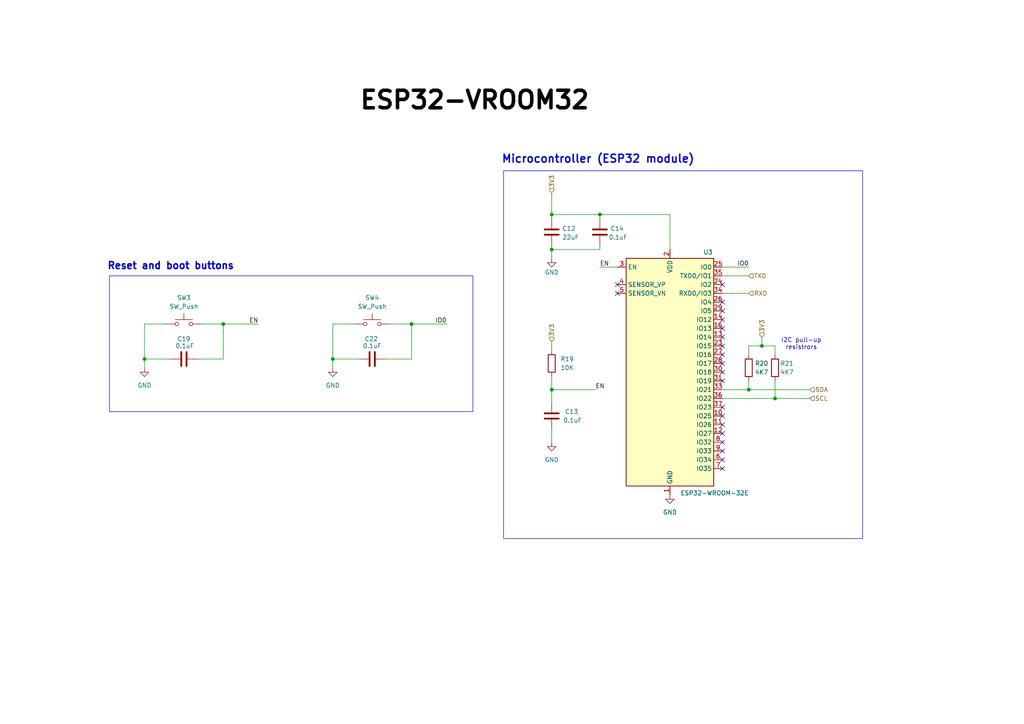
<source format=kicad_sch>
(kicad_sch
	(version 20231120)
	(generator "eeschema")
	(generator_version "8.0")
	(uuid "b7b81b5a-754b-49bb-b8a6-c497da1a856c")
	(paper "A4")
	(lib_symbols
		(symbol "Device:C"
			(pin_numbers hide)
			(pin_names
				(offset 0.254)
			)
			(exclude_from_sim no)
			(in_bom yes)
			(on_board yes)
			(property "Reference" "C"
				(at 0.635 2.54 0)
				(effects
					(font
						(size 1.27 1.27)
					)
					(justify left)
				)
			)
			(property "Value" "C"
				(at 0.635 -2.54 0)
				(effects
					(font
						(size 1.27 1.27)
					)
					(justify left)
				)
			)
			(property "Footprint" ""
				(at 0.9652 -3.81 0)
				(effects
					(font
						(size 1.27 1.27)
					)
					(hide yes)
				)
			)
			(property "Datasheet" "~"
				(at 0 0 0)
				(effects
					(font
						(size 1.27 1.27)
					)
					(hide yes)
				)
			)
			(property "Description" "Unpolarized capacitor"
				(at 0 0 0)
				(effects
					(font
						(size 1.27 1.27)
					)
					(hide yes)
				)
			)
			(property "ki_keywords" "cap capacitor"
				(at 0 0 0)
				(effects
					(font
						(size 1.27 1.27)
					)
					(hide yes)
				)
			)
			(property "ki_fp_filters" "C_*"
				(at 0 0 0)
				(effects
					(font
						(size 1.27 1.27)
					)
					(hide yes)
				)
			)
			(symbol "C_0_1"
				(polyline
					(pts
						(xy -2.032 -0.762) (xy 2.032 -0.762)
					)
					(stroke
						(width 0.508)
						(type default)
					)
					(fill
						(type none)
					)
				)
				(polyline
					(pts
						(xy -2.032 0.762) (xy 2.032 0.762)
					)
					(stroke
						(width 0.508)
						(type default)
					)
					(fill
						(type none)
					)
				)
			)
			(symbol "C_1_1"
				(pin passive line
					(at 0 3.81 270)
					(length 2.794)
					(name "~"
						(effects
							(font
								(size 1.27 1.27)
							)
						)
					)
					(number "1"
						(effects
							(font
								(size 1.27 1.27)
							)
						)
					)
				)
				(pin passive line
					(at 0 -3.81 90)
					(length 2.794)
					(name "~"
						(effects
							(font
								(size 1.27 1.27)
							)
						)
					)
					(number "2"
						(effects
							(font
								(size 1.27 1.27)
							)
						)
					)
				)
			)
		)
		(symbol "Device:R"
			(pin_numbers hide)
			(pin_names
				(offset 0)
			)
			(exclude_from_sim no)
			(in_bom yes)
			(on_board yes)
			(property "Reference" "R"
				(at 2.032 0 90)
				(effects
					(font
						(size 1.27 1.27)
					)
				)
			)
			(property "Value" "R"
				(at 0 0 90)
				(effects
					(font
						(size 1.27 1.27)
					)
				)
			)
			(property "Footprint" ""
				(at -1.778 0 90)
				(effects
					(font
						(size 1.27 1.27)
					)
					(hide yes)
				)
			)
			(property "Datasheet" "~"
				(at 0 0 0)
				(effects
					(font
						(size 1.27 1.27)
					)
					(hide yes)
				)
			)
			(property "Description" "Resistor"
				(at 0 0 0)
				(effects
					(font
						(size 1.27 1.27)
					)
					(hide yes)
				)
			)
			(property "ki_keywords" "R res resistor"
				(at 0 0 0)
				(effects
					(font
						(size 1.27 1.27)
					)
					(hide yes)
				)
			)
			(property "ki_fp_filters" "R_*"
				(at 0 0 0)
				(effects
					(font
						(size 1.27 1.27)
					)
					(hide yes)
				)
			)
			(symbol "R_0_1"
				(rectangle
					(start -1.016 -2.54)
					(end 1.016 2.54)
					(stroke
						(width 0.254)
						(type default)
					)
					(fill
						(type none)
					)
				)
			)
			(symbol "R_1_1"
				(pin passive line
					(at 0 3.81 270)
					(length 1.27)
					(name "~"
						(effects
							(font
								(size 1.27 1.27)
							)
						)
					)
					(number "1"
						(effects
							(font
								(size 1.27 1.27)
							)
						)
					)
				)
				(pin passive line
					(at 0 -3.81 90)
					(length 1.27)
					(name "~"
						(effects
							(font
								(size 1.27 1.27)
							)
						)
					)
					(number "2"
						(effects
							(font
								(size 1.27 1.27)
							)
						)
					)
				)
			)
		)
		(symbol "RF_Module:ESP32-WROOM-32E"
			(exclude_from_sim no)
			(in_bom yes)
			(on_board yes)
			(property "Reference" "U"
				(at -12.7 34.29 0)
				(effects
					(font
						(size 1.27 1.27)
					)
					(justify left)
				)
			)
			(property "Value" "ESP32-WROOM-32E"
				(at 1.27 34.29 0)
				(effects
					(font
						(size 1.27 1.27)
					)
					(justify left)
				)
			)
			(property "Footprint" "RF_Module:ESP32-WROOM-32D"
				(at 16.51 -34.29 0)
				(effects
					(font
						(size 1.27 1.27)
					)
					(hide yes)
				)
			)
			(property "Datasheet" "https://www.espressif.com/sites/default/files/documentation/esp32-wroom-32e_esp32-wroom-32ue_datasheet_en.pdf"
				(at 0 0 0)
				(effects
					(font
						(size 1.27 1.27)
					)
					(hide yes)
				)
			)
			(property "Description" "RF Module, ESP32-D0WD-V3 SoC, without PSRAM, Wi-Fi 802.11b/g/n, Bluetooth, BLE, 32-bit, 2.7-3.6V, onboard antenna, SMD"
				(at 0 0 0)
				(effects
					(font
						(size 1.27 1.27)
					)
					(hide yes)
				)
			)
			(property "ki_keywords" "RF Radio BT ESP ESP32 Espressif onboard PCB antenna"
				(at 0 0 0)
				(effects
					(font
						(size 1.27 1.27)
					)
					(hide yes)
				)
			)
			(property "ki_fp_filters" "ESP32?WROOM?32D*"
				(at 0 0 0)
				(effects
					(font
						(size 1.27 1.27)
					)
					(hide yes)
				)
			)
			(symbol "ESP32-WROOM-32E_0_1"
				(rectangle
					(start -12.7 33.02)
					(end 12.7 -33.02)
					(stroke
						(width 0.254)
						(type default)
					)
					(fill
						(type background)
					)
				)
			)
			(symbol "ESP32-WROOM-32E_1_1"
				(pin power_in line
					(at 0 -35.56 90)
					(length 2.54)
					(name "GND"
						(effects
							(font
								(size 1.27 1.27)
							)
						)
					)
					(number "1"
						(effects
							(font
								(size 1.27 1.27)
							)
						)
					)
				)
				(pin bidirectional line
					(at 15.24 -12.7 180)
					(length 2.54)
					(name "IO25"
						(effects
							(font
								(size 1.27 1.27)
							)
						)
					)
					(number "10"
						(effects
							(font
								(size 1.27 1.27)
							)
						)
					)
				)
				(pin bidirectional line
					(at 15.24 -15.24 180)
					(length 2.54)
					(name "IO26"
						(effects
							(font
								(size 1.27 1.27)
							)
						)
					)
					(number "11"
						(effects
							(font
								(size 1.27 1.27)
							)
						)
					)
				)
				(pin bidirectional line
					(at 15.24 -17.78 180)
					(length 2.54)
					(name "IO27"
						(effects
							(font
								(size 1.27 1.27)
							)
						)
					)
					(number "12"
						(effects
							(font
								(size 1.27 1.27)
							)
						)
					)
				)
				(pin bidirectional line
					(at 15.24 10.16 180)
					(length 2.54)
					(name "IO14"
						(effects
							(font
								(size 1.27 1.27)
							)
						)
					)
					(number "13"
						(effects
							(font
								(size 1.27 1.27)
							)
						)
					)
				)
				(pin bidirectional line
					(at 15.24 15.24 180)
					(length 2.54)
					(name "IO12"
						(effects
							(font
								(size 1.27 1.27)
							)
						)
					)
					(number "14"
						(effects
							(font
								(size 1.27 1.27)
							)
						)
					)
				)
				(pin passive line
					(at 0 -35.56 90)
					(length 2.54) hide
					(name "GND"
						(effects
							(font
								(size 1.27 1.27)
							)
						)
					)
					(number "15"
						(effects
							(font
								(size 1.27 1.27)
							)
						)
					)
				)
				(pin bidirectional line
					(at 15.24 12.7 180)
					(length 2.54)
					(name "IO13"
						(effects
							(font
								(size 1.27 1.27)
							)
						)
					)
					(number "16"
						(effects
							(font
								(size 1.27 1.27)
							)
						)
					)
				)
				(pin no_connect line
					(at -12.7 -5.08 0)
					(length 2.54) hide
					(name "NC"
						(effects
							(font
								(size 1.27 1.27)
							)
						)
					)
					(number "17"
						(effects
							(font
								(size 1.27 1.27)
							)
						)
					)
				)
				(pin no_connect line
					(at -12.7 -7.62 0)
					(length 2.54) hide
					(name "NC"
						(effects
							(font
								(size 1.27 1.27)
							)
						)
					)
					(number "18"
						(effects
							(font
								(size 1.27 1.27)
							)
						)
					)
				)
				(pin no_connect line
					(at -12.7 -12.7 0)
					(length 2.54) hide
					(name "NC"
						(effects
							(font
								(size 1.27 1.27)
							)
						)
					)
					(number "19"
						(effects
							(font
								(size 1.27 1.27)
							)
						)
					)
				)
				(pin power_in line
					(at 0 35.56 270)
					(length 2.54)
					(name "VDD"
						(effects
							(font
								(size 1.27 1.27)
							)
						)
					)
					(number "2"
						(effects
							(font
								(size 1.27 1.27)
							)
						)
					)
				)
				(pin no_connect line
					(at -12.7 -10.16 0)
					(length 2.54) hide
					(name "NC"
						(effects
							(font
								(size 1.27 1.27)
							)
						)
					)
					(number "20"
						(effects
							(font
								(size 1.27 1.27)
							)
						)
					)
				)
				(pin no_connect line
					(at -12.7 0 0)
					(length 2.54) hide
					(name "NC"
						(effects
							(font
								(size 1.27 1.27)
							)
						)
					)
					(number "21"
						(effects
							(font
								(size 1.27 1.27)
							)
						)
					)
				)
				(pin no_connect line
					(at -12.7 -2.54 0)
					(length 2.54) hide
					(name "NC"
						(effects
							(font
								(size 1.27 1.27)
							)
						)
					)
					(number "22"
						(effects
							(font
								(size 1.27 1.27)
							)
						)
					)
				)
				(pin bidirectional line
					(at 15.24 7.62 180)
					(length 2.54)
					(name "IO15"
						(effects
							(font
								(size 1.27 1.27)
							)
						)
					)
					(number "23"
						(effects
							(font
								(size 1.27 1.27)
							)
						)
					)
				)
				(pin bidirectional line
					(at 15.24 25.4 180)
					(length 2.54)
					(name "IO2"
						(effects
							(font
								(size 1.27 1.27)
							)
						)
					)
					(number "24"
						(effects
							(font
								(size 1.27 1.27)
							)
						)
					)
				)
				(pin bidirectional line
					(at 15.24 30.48 180)
					(length 2.54)
					(name "IO0"
						(effects
							(font
								(size 1.27 1.27)
							)
						)
					)
					(number "25"
						(effects
							(font
								(size 1.27 1.27)
							)
						)
					)
				)
				(pin bidirectional line
					(at 15.24 20.32 180)
					(length 2.54)
					(name "IO4"
						(effects
							(font
								(size 1.27 1.27)
							)
						)
					)
					(number "26"
						(effects
							(font
								(size 1.27 1.27)
							)
						)
					)
				)
				(pin bidirectional line
					(at 15.24 5.08 180)
					(length 2.54)
					(name "IO16"
						(effects
							(font
								(size 1.27 1.27)
							)
						)
					)
					(number "27"
						(effects
							(font
								(size 1.27 1.27)
							)
						)
					)
				)
				(pin bidirectional line
					(at 15.24 2.54 180)
					(length 2.54)
					(name "IO17"
						(effects
							(font
								(size 1.27 1.27)
							)
						)
					)
					(number "28"
						(effects
							(font
								(size 1.27 1.27)
							)
						)
					)
				)
				(pin bidirectional line
					(at 15.24 17.78 180)
					(length 2.54)
					(name "IO5"
						(effects
							(font
								(size 1.27 1.27)
							)
						)
					)
					(number "29"
						(effects
							(font
								(size 1.27 1.27)
							)
						)
					)
				)
				(pin input line
					(at -15.24 30.48 0)
					(length 2.54)
					(name "EN"
						(effects
							(font
								(size 1.27 1.27)
							)
						)
					)
					(number "3"
						(effects
							(font
								(size 1.27 1.27)
							)
						)
					)
				)
				(pin bidirectional line
					(at 15.24 0 180)
					(length 2.54)
					(name "IO18"
						(effects
							(font
								(size 1.27 1.27)
							)
						)
					)
					(number "30"
						(effects
							(font
								(size 1.27 1.27)
							)
						)
					)
				)
				(pin bidirectional line
					(at 15.24 -2.54 180)
					(length 2.54)
					(name "IO19"
						(effects
							(font
								(size 1.27 1.27)
							)
						)
					)
					(number "31"
						(effects
							(font
								(size 1.27 1.27)
							)
						)
					)
				)
				(pin no_connect line
					(at -12.7 -27.94 0)
					(length 2.54) hide
					(name "NC"
						(effects
							(font
								(size 1.27 1.27)
							)
						)
					)
					(number "32"
						(effects
							(font
								(size 1.27 1.27)
							)
						)
					)
				)
				(pin bidirectional line
					(at 15.24 -5.08 180)
					(length 2.54)
					(name "IO21"
						(effects
							(font
								(size 1.27 1.27)
							)
						)
					)
					(number "33"
						(effects
							(font
								(size 1.27 1.27)
							)
						)
					)
				)
				(pin bidirectional line
					(at 15.24 22.86 180)
					(length 2.54)
					(name "RXD0/IO3"
						(effects
							(font
								(size 1.27 1.27)
							)
						)
					)
					(number "34"
						(effects
							(font
								(size 1.27 1.27)
							)
						)
					)
				)
				(pin bidirectional line
					(at 15.24 27.94 180)
					(length 2.54)
					(name "TXD0/IO1"
						(effects
							(font
								(size 1.27 1.27)
							)
						)
					)
					(number "35"
						(effects
							(font
								(size 1.27 1.27)
							)
						)
					)
				)
				(pin bidirectional line
					(at 15.24 -7.62 180)
					(length 2.54)
					(name "IO22"
						(effects
							(font
								(size 1.27 1.27)
							)
						)
					)
					(number "36"
						(effects
							(font
								(size 1.27 1.27)
							)
						)
					)
				)
				(pin bidirectional line
					(at 15.24 -10.16 180)
					(length 2.54)
					(name "IO23"
						(effects
							(font
								(size 1.27 1.27)
							)
						)
					)
					(number "37"
						(effects
							(font
								(size 1.27 1.27)
							)
						)
					)
				)
				(pin passive line
					(at 0 -35.56 90)
					(length 2.54) hide
					(name "GND"
						(effects
							(font
								(size 1.27 1.27)
							)
						)
					)
					(number "38"
						(effects
							(font
								(size 1.27 1.27)
							)
						)
					)
				)
				(pin passive line
					(at 0 -35.56 90)
					(length 2.54) hide
					(name "GND"
						(effects
							(font
								(size 1.27 1.27)
							)
						)
					)
					(number "39"
						(effects
							(font
								(size 1.27 1.27)
							)
						)
					)
				)
				(pin input line
					(at -15.24 25.4 0)
					(length 2.54)
					(name "SENSOR_VP"
						(effects
							(font
								(size 1.27 1.27)
							)
						)
					)
					(number "4"
						(effects
							(font
								(size 1.27 1.27)
							)
						)
					)
				)
				(pin input line
					(at -15.24 22.86 0)
					(length 2.54)
					(name "SENSOR_VN"
						(effects
							(font
								(size 1.27 1.27)
							)
						)
					)
					(number "5"
						(effects
							(font
								(size 1.27 1.27)
							)
						)
					)
				)
				(pin input line
					(at 15.24 -25.4 180)
					(length 2.54)
					(name "IO34"
						(effects
							(font
								(size 1.27 1.27)
							)
						)
					)
					(number "6"
						(effects
							(font
								(size 1.27 1.27)
							)
						)
					)
				)
				(pin input line
					(at 15.24 -27.94 180)
					(length 2.54)
					(name "IO35"
						(effects
							(font
								(size 1.27 1.27)
							)
						)
					)
					(number "7"
						(effects
							(font
								(size 1.27 1.27)
							)
						)
					)
				)
				(pin bidirectional line
					(at 15.24 -20.32 180)
					(length 2.54)
					(name "IO32"
						(effects
							(font
								(size 1.27 1.27)
							)
						)
					)
					(number "8"
						(effects
							(font
								(size 1.27 1.27)
							)
						)
					)
				)
				(pin bidirectional line
					(at 15.24 -22.86 180)
					(length 2.54)
					(name "IO33"
						(effects
							(font
								(size 1.27 1.27)
							)
						)
					)
					(number "9"
						(effects
							(font
								(size 1.27 1.27)
							)
						)
					)
				)
			)
		)
		(symbol "Switch:SW_Push"
			(pin_numbers hide)
			(pin_names
				(offset 1.016) hide)
			(exclude_from_sim no)
			(in_bom yes)
			(on_board yes)
			(property "Reference" "SW"
				(at 1.27 2.54 0)
				(effects
					(font
						(size 1.27 1.27)
					)
					(justify left)
				)
			)
			(property "Value" "SW_Push"
				(at 0 -1.524 0)
				(effects
					(font
						(size 1.27 1.27)
					)
				)
			)
			(property "Footprint" ""
				(at 0 5.08 0)
				(effects
					(font
						(size 1.27 1.27)
					)
					(hide yes)
				)
			)
			(property "Datasheet" "~"
				(at 0 5.08 0)
				(effects
					(font
						(size 1.27 1.27)
					)
					(hide yes)
				)
			)
			(property "Description" "Push button switch, generic, two pins"
				(at 0 0 0)
				(effects
					(font
						(size 1.27 1.27)
					)
					(hide yes)
				)
			)
			(property "ki_keywords" "switch normally-open pushbutton push-button"
				(at 0 0 0)
				(effects
					(font
						(size 1.27 1.27)
					)
					(hide yes)
				)
			)
			(symbol "SW_Push_0_1"
				(circle
					(center -2.032 0)
					(radius 0.508)
					(stroke
						(width 0)
						(type default)
					)
					(fill
						(type none)
					)
				)
				(polyline
					(pts
						(xy 0 1.27) (xy 0 3.048)
					)
					(stroke
						(width 0)
						(type default)
					)
					(fill
						(type none)
					)
				)
				(polyline
					(pts
						(xy 2.54 1.27) (xy -2.54 1.27)
					)
					(stroke
						(width 0)
						(type default)
					)
					(fill
						(type none)
					)
				)
				(circle
					(center 2.032 0)
					(radius 0.508)
					(stroke
						(width 0)
						(type default)
					)
					(fill
						(type none)
					)
				)
				(pin passive line
					(at -5.08 0 0)
					(length 2.54)
					(name "1"
						(effects
							(font
								(size 1.27 1.27)
							)
						)
					)
					(number "1"
						(effects
							(font
								(size 1.27 1.27)
							)
						)
					)
				)
				(pin passive line
					(at 5.08 0 180)
					(length 2.54)
					(name "2"
						(effects
							(font
								(size 1.27 1.27)
							)
						)
					)
					(number "2"
						(effects
							(font
								(size 1.27 1.27)
							)
						)
					)
				)
			)
		)
		(symbol "power:GND"
			(power)
			(pin_numbers hide)
			(pin_names
				(offset 0) hide)
			(exclude_from_sim no)
			(in_bom yes)
			(on_board yes)
			(property "Reference" "#PWR"
				(at 0 -6.35 0)
				(effects
					(font
						(size 1.27 1.27)
					)
					(hide yes)
				)
			)
			(property "Value" "GND"
				(at 0 -3.81 0)
				(effects
					(font
						(size 1.27 1.27)
					)
				)
			)
			(property "Footprint" ""
				(at 0 0 0)
				(effects
					(font
						(size 1.27 1.27)
					)
					(hide yes)
				)
			)
			(property "Datasheet" ""
				(at 0 0 0)
				(effects
					(font
						(size 1.27 1.27)
					)
					(hide yes)
				)
			)
			(property "Description" "Power symbol creates a global label with name \"GND\" , ground"
				(at 0 0 0)
				(effects
					(font
						(size 1.27 1.27)
					)
					(hide yes)
				)
			)
			(property "ki_keywords" "global power"
				(at 0 0 0)
				(effects
					(font
						(size 1.27 1.27)
					)
					(hide yes)
				)
			)
			(symbol "GND_0_1"
				(polyline
					(pts
						(xy 0 0) (xy 0 -1.27) (xy 1.27 -1.27) (xy 0 -2.54) (xy -1.27 -1.27) (xy 0 -1.27)
					)
					(stroke
						(width 0)
						(type default)
					)
					(fill
						(type none)
					)
				)
			)
			(symbol "GND_1_1"
				(pin power_in line
					(at 0 0 270)
					(length 0)
					(name "~"
						(effects
							(font
								(size 1.27 1.27)
							)
						)
					)
					(number "1"
						(effects
							(font
								(size 1.27 1.27)
							)
						)
					)
				)
			)
		)
	)
	(junction
		(at 119.38 93.98)
		(diameter 0)
		(color 0 0 0 0)
		(uuid "070b1ac3-669f-4bcd-a63a-0a6f5e93056c")
	)
	(junction
		(at 160.02 62.23)
		(diameter 0)
		(color 0 0 0 0)
		(uuid "2572a63e-eb7a-478b-92bc-2ac965d04edd")
	)
	(junction
		(at 96.52 104.14)
		(diameter 0)
		(color 0 0 0 0)
		(uuid "2981ab83-4edd-457d-a71c-3653e4b8e2e2")
	)
	(junction
		(at 160.02 113.03)
		(diameter 0)
		(color 0 0 0 0)
		(uuid "2bae6c0d-b95b-4a45-9103-d45f01b3ebd5")
	)
	(junction
		(at 173.99 62.23)
		(diameter 0)
		(color 0 0 0 0)
		(uuid "4c05cd6a-e4d6-4f84-a08e-0b8cd94225bf")
	)
	(junction
		(at 41.91 104.14)
		(diameter 0)
		(color 0 0 0 0)
		(uuid "5bab04e0-7b5c-4360-8a49-f2557708fb5f")
	)
	(junction
		(at 160.02 72.39)
		(diameter 0)
		(color 0 0 0 0)
		(uuid "81c0bfc1-da51-45c0-bc8d-476fd7cca506")
	)
	(junction
		(at 64.77 93.98)
		(diameter 0)
		(color 0 0 0 0)
		(uuid "9a340850-6041-4f50-a148-4055d1ea4e68")
	)
	(junction
		(at 220.98 100.33)
		(diameter 0)
		(color 0 0 0 0)
		(uuid "be770ef7-d833-4b32-944e-a91d08015423")
	)
	(junction
		(at 224.79 115.57)
		(diameter 0)
		(color 0 0 0 0)
		(uuid "c02b9039-b414-471f-ac9e-c340fb1f3408")
	)
	(junction
		(at 217.17 113.03)
		(diameter 0)
		(color 0 0 0 0)
		(uuid "ce889690-df50-4d31-ab1f-1ba8ac609022")
	)
	(no_connect
		(at 209.55 118.11)
		(uuid "01643b32-c283-4525-a030-1c9400cd6747")
	)
	(no_connect
		(at 209.55 95.25)
		(uuid "1aeb8648-4421-4601-ba53-8bdf981741e7")
	)
	(no_connect
		(at 209.55 82.55)
		(uuid "1b98e752-610f-4d30-b49b-bf93c37825b7")
	)
	(no_connect
		(at 209.55 128.27)
		(uuid "1ccaf16c-4910-45b8-a43c-6c3f0e45ff40")
	)
	(no_connect
		(at 209.55 92.71)
		(uuid "1d4748e8-09f6-49db-8cbf-34f132f80d66")
	)
	(no_connect
		(at 209.55 100.33)
		(uuid "27277b3a-80e9-4026-b4fd-e441ae47d72f")
	)
	(no_connect
		(at 209.55 102.87)
		(uuid "524d7c23-2a27-4357-b3c6-2cb5c67da3f3")
	)
	(no_connect
		(at 209.55 120.65)
		(uuid "6551b355-4e83-4831-8fd8-945f34250371")
	)
	(no_connect
		(at 209.55 105.41)
		(uuid "6d44c1aa-3a43-41de-8f2b-b8bd2372f14d")
	)
	(no_connect
		(at 209.55 87.63)
		(uuid "8f7d1d31-3e30-437d-a5ae-5a8d09e96f89")
	)
	(no_connect
		(at 209.55 135.89)
		(uuid "96d573e9-1ea8-4c1b-82df-ccc5c819996f")
	)
	(no_connect
		(at 209.55 110.49)
		(uuid "acbaa053-1a8b-4fb1-890f-a07585a00bcc")
	)
	(no_connect
		(at 179.07 82.55)
		(uuid "ad554a7a-cf69-477e-b3e2-a2a8ed9ac27d")
	)
	(no_connect
		(at 209.55 130.81)
		(uuid "b2c2166e-5264-433a-8cba-7e97a0399abf")
	)
	(no_connect
		(at 209.55 90.17)
		(uuid "b845b1da-eb75-41fa-91ab-66761f8bcfa6")
	)
	(no_connect
		(at 209.55 133.35)
		(uuid "d5421fa3-a69b-44ca-a009-b4a16b1d6ccd")
	)
	(no_connect
		(at 209.55 97.79)
		(uuid "de713df7-dd72-4d62-be31-ee478f0a0d9b")
	)
	(no_connect
		(at 209.55 125.73)
		(uuid "f8a0a0a5-75b6-44e9-b965-1cdc31890c47")
	)
	(no_connect
		(at 209.55 123.19)
		(uuid "fbd67291-a8b8-452c-a136-e0aa43bdeac4")
	)
	(no_connect
		(at 209.55 107.95)
		(uuid "fc4e1285-16a6-484c-a591-075daefdf6be")
	)
	(no_connect
		(at 179.07 85.09)
		(uuid "fce648a4-8e69-4809-b967-a5f1e3cb4cca")
	)
	(wire
		(pts
			(xy 160.02 124.46) (xy 160.02 128.27)
		)
		(stroke
			(width 0)
			(type default)
		)
		(uuid "00df68fe-7936-40d7-80a6-6eae1701f47a")
	)
	(wire
		(pts
			(xy 41.91 104.14) (xy 49.53 104.14)
		)
		(stroke
			(width 0)
			(type default)
		)
		(uuid "03e98ec7-e78f-4c59-ac78-b3574107c654")
	)
	(wire
		(pts
			(xy 173.99 71.12) (xy 173.99 72.39)
		)
		(stroke
			(width 0)
			(type default)
		)
		(uuid "09d7930a-6457-48e5-9232-95ba2e4d0b88")
	)
	(wire
		(pts
			(xy 217.17 110.49) (xy 217.17 113.03)
		)
		(stroke
			(width 0)
			(type default)
		)
		(uuid "121a4dea-adf5-424b-8155-ae47d5cd8ab9")
	)
	(wire
		(pts
			(xy 217.17 113.03) (xy 234.95 113.03)
		)
		(stroke
			(width 0)
			(type default)
		)
		(uuid "1bc6b596-d594-41f4-9594-b075bdea4d92")
	)
	(wire
		(pts
			(xy 209.55 77.47) (xy 217.17 77.47)
		)
		(stroke
			(width 0)
			(type default)
		)
		(uuid "1d5cb094-587c-4b20-b52a-95f93e446fb8")
	)
	(wire
		(pts
			(xy 173.99 77.47) (xy 179.07 77.47)
		)
		(stroke
			(width 0)
			(type default)
		)
		(uuid "1df99696-eeda-4ec8-a2d4-9b00e6633620")
	)
	(wire
		(pts
			(xy 173.99 62.23) (xy 173.99 63.5)
		)
		(stroke
			(width 0)
			(type default)
		)
		(uuid "250e6d67-2b9a-49f5-8006-de310c3e821f")
	)
	(wire
		(pts
			(xy 217.17 100.33) (xy 220.98 100.33)
		)
		(stroke
			(width 0)
			(type default)
		)
		(uuid "2d1a6be6-e170-465b-bbfd-76e1da6705ee")
	)
	(wire
		(pts
			(xy 160.02 113.03) (xy 172.72 113.03)
		)
		(stroke
			(width 0)
			(type default)
		)
		(uuid "2d7c5820-86b4-444f-a2ea-4d73710f91b8")
	)
	(wire
		(pts
			(xy 160.02 55.88) (xy 160.02 62.23)
		)
		(stroke
			(width 0)
			(type default)
		)
		(uuid "2e1141e7-ff22-4159-97bd-062c3698592f")
	)
	(wire
		(pts
			(xy 194.31 72.39) (xy 194.31 62.23)
		)
		(stroke
			(width 0)
			(type default)
		)
		(uuid "37f683fc-e4d2-4cb6-b757-ba41b9bc12a8")
	)
	(wire
		(pts
			(xy 111.76 104.14) (xy 119.38 104.14)
		)
		(stroke
			(width 0)
			(type default)
		)
		(uuid "387c2823-0604-4fb9-b890-d73640443619")
	)
	(wire
		(pts
			(xy 160.02 99.06) (xy 160.02 101.6)
		)
		(stroke
			(width 0)
			(type default)
		)
		(uuid "426864cc-5ae9-4576-ab8c-d5adfd40ccf7")
	)
	(wire
		(pts
			(xy 224.79 102.87) (xy 224.79 100.33)
		)
		(stroke
			(width 0)
			(type default)
		)
		(uuid "49894e3e-d0d6-4fd2-8832-53257934a6f8")
	)
	(wire
		(pts
			(xy 194.31 62.23) (xy 173.99 62.23)
		)
		(stroke
			(width 0)
			(type default)
		)
		(uuid "4f99699c-d6e7-4932-8d46-fed1dff7bbe3")
	)
	(wire
		(pts
			(xy 58.42 93.98) (xy 64.77 93.98)
		)
		(stroke
			(width 0)
			(type default)
		)
		(uuid "50bd8e9c-4003-478b-b9d7-d0ce025205e0")
	)
	(wire
		(pts
			(xy 102.87 93.98) (xy 96.52 93.98)
		)
		(stroke
			(width 0)
			(type default)
		)
		(uuid "5789f0bb-691b-4fb6-a58c-2ffece4cb755")
	)
	(wire
		(pts
			(xy 96.52 104.14) (xy 104.14 104.14)
		)
		(stroke
			(width 0)
			(type default)
		)
		(uuid "5d731e9f-0e79-49c5-b08f-b7ca210e46aa")
	)
	(wire
		(pts
			(xy 41.91 93.98) (xy 41.91 104.14)
		)
		(stroke
			(width 0)
			(type default)
		)
		(uuid "5e057057-36ab-4ee3-be10-e5b438ff080b")
	)
	(wire
		(pts
			(xy 220.98 97.79) (xy 220.98 100.33)
		)
		(stroke
			(width 0)
			(type default)
		)
		(uuid "6a87751b-09e6-4c9b-aab9-6f37824d1bfb")
	)
	(wire
		(pts
			(xy 96.52 104.14) (xy 96.52 106.68)
		)
		(stroke
			(width 0)
			(type default)
		)
		(uuid "6bf69a2e-4c5b-4fca-a3bb-d33f31e597d0")
	)
	(wire
		(pts
			(xy 119.38 104.14) (xy 119.38 93.98)
		)
		(stroke
			(width 0)
			(type default)
		)
		(uuid "6e912150-0444-4ac0-b04c-5d58f7373cae")
	)
	(wire
		(pts
			(xy 224.79 115.57) (xy 234.95 115.57)
		)
		(stroke
			(width 0)
			(type default)
		)
		(uuid "6f28449c-2b6e-4749-9693-a05f29eb195a")
	)
	(wire
		(pts
			(xy 64.77 104.14) (xy 64.77 93.98)
		)
		(stroke
			(width 0)
			(type default)
		)
		(uuid "705610ab-031c-490b-87be-99e7f4374357")
	)
	(wire
		(pts
			(xy 160.02 113.03) (xy 160.02 116.84)
		)
		(stroke
			(width 0)
			(type default)
		)
		(uuid "70d86e97-2589-4550-9087-8aaad23eaa23")
	)
	(wire
		(pts
			(xy 220.98 100.33) (xy 224.79 100.33)
		)
		(stroke
			(width 0)
			(type default)
		)
		(uuid "7a6da22f-c63d-42a5-873a-143912c46093")
	)
	(wire
		(pts
			(xy 224.79 110.49) (xy 224.79 115.57)
		)
		(stroke
			(width 0)
			(type default)
		)
		(uuid "7c85c007-c63d-49f3-8d16-a226d2c34531")
	)
	(wire
		(pts
			(xy 209.55 85.09) (xy 217.17 85.09)
		)
		(stroke
			(width 0)
			(type default)
		)
		(uuid "7d91f444-f2e9-4640-a939-5b5bee16b5aa")
	)
	(wire
		(pts
			(xy 217.17 102.87) (xy 217.17 100.33)
		)
		(stroke
			(width 0)
			(type default)
		)
		(uuid "93993ba7-84ca-4e1a-af53-0fd8dfe5d198")
	)
	(wire
		(pts
			(xy 160.02 62.23) (xy 160.02 63.5)
		)
		(stroke
			(width 0)
			(type default)
		)
		(uuid "a154ffa8-9be4-409f-be8a-64a445becd20")
	)
	(wire
		(pts
			(xy 160.02 72.39) (xy 173.99 72.39)
		)
		(stroke
			(width 0)
			(type default)
		)
		(uuid "a550df2f-a865-4e1a-8c2e-95b21deb64db")
	)
	(wire
		(pts
			(xy 48.26 93.98) (xy 41.91 93.98)
		)
		(stroke
			(width 0)
			(type default)
		)
		(uuid "a661b073-dd1d-47f3-b110-a41f9fe51edc")
	)
	(wire
		(pts
			(xy 209.55 115.57) (xy 224.79 115.57)
		)
		(stroke
			(width 0)
			(type default)
		)
		(uuid "a997c31e-2f21-4bd8-8ba6-34de28e72c01")
	)
	(wire
		(pts
			(xy 160.02 71.12) (xy 160.02 72.39)
		)
		(stroke
			(width 0)
			(type default)
		)
		(uuid "ad178962-8bfa-4517-9ca8-c768b365965d")
	)
	(wire
		(pts
			(xy 160.02 72.39) (xy 160.02 74.93)
		)
		(stroke
			(width 0)
			(type default)
		)
		(uuid "b129ae9e-5856-4a0a-81ed-e2afbf889028")
	)
	(wire
		(pts
			(xy 96.52 93.98) (xy 96.52 104.14)
		)
		(stroke
			(width 0)
			(type default)
		)
		(uuid "c2baffe5-06d1-485d-b15a-213769641411")
	)
	(wire
		(pts
			(xy 209.55 113.03) (xy 217.17 113.03)
		)
		(stroke
			(width 0)
			(type default)
		)
		(uuid "c9695e74-5946-4017-a59d-eb08a1087970")
	)
	(wire
		(pts
			(xy 57.15 104.14) (xy 64.77 104.14)
		)
		(stroke
			(width 0)
			(type default)
		)
		(uuid "cadfc62e-48a8-4198-bd34-483896548a65")
	)
	(wire
		(pts
			(xy 160.02 109.22) (xy 160.02 113.03)
		)
		(stroke
			(width 0)
			(type default)
		)
		(uuid "cccf4b88-4938-4260-8570-2f090f6c63ef")
	)
	(wire
		(pts
			(xy 113.03 93.98) (xy 119.38 93.98)
		)
		(stroke
			(width 0)
			(type default)
		)
		(uuid "d3239680-4e42-4971-a29b-2fbf9cea12aa")
	)
	(wire
		(pts
			(xy 119.38 93.98) (xy 129.54 93.98)
		)
		(stroke
			(width 0)
			(type default)
		)
		(uuid "e1b4a25d-4293-4635-89cf-962e1ed7cd82")
	)
	(wire
		(pts
			(xy 64.77 93.98) (xy 74.93 93.98)
		)
		(stroke
			(width 0)
			(type default)
		)
		(uuid "e8a151df-d497-4df3-8b55-c1e50f4d2d6b")
	)
	(wire
		(pts
			(xy 160.02 62.23) (xy 173.99 62.23)
		)
		(stroke
			(width 0)
			(type default)
		)
		(uuid "f5442f5d-be62-4d68-94ae-0f5a8cbfe210")
	)
	(wire
		(pts
			(xy 41.91 104.14) (xy 41.91 106.68)
		)
		(stroke
			(width 0)
			(type default)
		)
		(uuid "f781f99f-f8f4-4c8a-ade1-aca52aacecd3")
	)
	(wire
		(pts
			(xy 209.55 80.01) (xy 217.17 80.01)
		)
		(stroke
			(width 0)
			(type default)
		)
		(uuid "fb942b40-ef47-4db9-b6b7-7afa3e176a10")
	)
	(rectangle
		(start 146.05 49.53)
		(end 250.19 156.21)
		(stroke
			(width 0)
			(type default)
		)
		(fill
			(type none)
		)
		(uuid 2d1accdd-ec0d-47d2-9f2a-49f34680b608)
	)
	(rectangle
		(start 31.75 80.01)
		(end 137.16 119.38)
		(stroke
			(width 0)
			(type default)
		)
		(fill
			(type none)
		)
		(uuid 6c8c5973-9749-4607-8094-78c747e998ac)
	)
	(text "Microcontroller (ESP32 module)"
		(exclude_from_sim no)
		(at 173.482 46.228 0)
		(effects
			(font
				(size 2.286 2.286)
				(thickness 0.4064)
				(bold yes)
			)
		)
		(uuid "5d0e5490-64d6-4acb-8d29-cb4589534b1a")
	)
	(text "ESP32-VROOM32"
		(exclude_from_sim no)
		(at 137.668 29.21 0)
		(effects
			(font
				(size 5.08 5.08)
				(bold yes)
				(color 0 0 1 1)
			)
		)
		(uuid "74879e54-81be-463c-ba06-38e123866149")
	)
	(text "Reset and boot buttons"
		(exclude_from_sim no)
		(at 49.53 77.216 0)
		(effects
			(font
				(size 2.032 2.032)
				(thickness 0.4064)
				(bold yes)
			)
		)
		(uuid "9f143534-dd2c-45ab-bcc3-878194982c7b")
	)
	(text "I2C pull-up\nresistrors"
		(exclude_from_sim no)
		(at 232.41 99.822 0)
		(effects
			(font
				(size 1.27 1.27)
			)
		)
		(uuid "f1808ab9-6965-44ac-85d6-6a16a1305a48")
	)
	(label "EN"
		(at 173.99 77.47 0)
		(fields_autoplaced yes)
		(effects
			(font
				(size 1.27 1.27)
			)
			(justify left bottom)
		)
		(uuid "2a3916bb-3939-49d5-ac10-bcf6e93114d8")
	)
	(label "IO0"
		(at 217.17 77.47 180)
		(fields_autoplaced yes)
		(effects
			(font
				(size 1.27 1.27)
			)
			(justify right bottom)
		)
		(uuid "6b154628-187e-4844-aee0-119df69494b8")
	)
	(label "EN"
		(at 74.93 93.98 180)
		(fields_autoplaced yes)
		(effects
			(font
				(size 1.27 1.27)
			)
			(justify right bottom)
		)
		(uuid "820f6962-6071-4560-b7b3-dd30b8f96aa3")
	)
	(label "EN"
		(at 172.72 113.03 0)
		(fields_autoplaced yes)
		(effects
			(font
				(size 1.27 1.27)
			)
			(justify left bottom)
		)
		(uuid "89684dfb-a3a0-42ab-a795-53d3c48220f9")
	)
	(label "IO0"
		(at 129.54 93.98 180)
		(fields_autoplaced yes)
		(effects
			(font
				(size 1.27 1.27)
			)
			(justify right bottom)
		)
		(uuid "de232585-8ee9-4ccc-8913-f9c2934b4eb6")
	)
	(hierarchical_label "RXD"
		(shape input)
		(at 217.17 85.09 0)
		(fields_autoplaced yes)
		(effects
			(font
				(size 1.27 1.27)
			)
			(justify left)
		)
		(uuid "11467f90-b0aa-4e60-9c0b-24f9dfc3d8ac")
	)
	(hierarchical_label "3V3"
		(shape input)
		(at 220.98 97.79 90)
		(fields_autoplaced yes)
		(effects
			(font
				(size 1.27 1.27)
			)
			(justify left)
		)
		(uuid "3b5762d5-65fb-4d5c-85b3-34a79723a64e")
	)
	(hierarchical_label "3V3"
		(shape input)
		(at 160.02 99.06 90)
		(fields_autoplaced yes)
		(effects
			(font
				(size 1.27 1.27)
			)
			(justify left)
		)
		(uuid "62ea2c0d-8dee-4cab-8c13-e00f88edadd0")
	)
	(hierarchical_label "SDA"
		(shape input)
		(at 234.95 113.03 0)
		(fields_autoplaced yes)
		(effects
			(font
				(size 1.27 1.27)
			)
			(justify left)
		)
		(uuid "97bc4a32-77bd-4c38-9afc-ad6b6354021e")
	)
	(hierarchical_label "SCL"
		(shape input)
		(at 234.95 115.57 0)
		(fields_autoplaced yes)
		(effects
			(font
				(size 1.27 1.27)
			)
			(justify left)
		)
		(uuid "a3fa387b-a734-41df-a0a1-10fa6270b6e3")
	)
	(hierarchical_label "TXD"
		(shape input)
		(at 217.17 80.01 0)
		(fields_autoplaced yes)
		(effects
			(font
				(size 1.27 1.27)
			)
			(justify left)
		)
		(uuid "aedeb12c-31f1-4b34-b934-7d1797fc38b2")
	)
	(hierarchical_label "3V3"
		(shape input)
		(at 160.02 55.88 90)
		(fields_autoplaced yes)
		(effects
			(font
				(size 1.27 1.27)
			)
			(justify left)
		)
		(uuid "d1c97af5-91b5-4593-950b-84ff6e7da7a1")
	)
	(symbol
		(lib_id "Device:C")
		(at 107.95 104.14 270)
		(unit 1)
		(exclude_from_sim no)
		(in_bom yes)
		(on_board yes)
		(dnp no)
		(uuid "0e745511-9c70-4546-b9a3-01583c515fcb")
		(property "Reference" "C22"
			(at 107.696 98.298 90)
			(effects
				(font
					(size 1.27 1.27)
				)
			)
		)
		(property "Value" "0.1uF"
			(at 107.95 100.33 90)
			(effects
				(font
					(size 1.27 1.27)
				)
			)
		)
		(property "Footprint" "Capacitor_SMD:C_0603_1608Metric_Pad1.08x0.95mm_HandSolder"
			(at 104.14 105.1052 0)
			(effects
				(font
					(size 1.27 1.27)
				)
				(hide yes)
			)
		)
		(property "Datasheet" "~"
			(at 107.95 104.14 0)
			(effects
				(font
					(size 1.27 1.27)
				)
				(hide yes)
			)
		)
		(property "Description" "Unpolarized capacitor"
			(at 107.95 104.14 0)
			(effects
				(font
					(size 1.27 1.27)
				)
				(hide yes)
			)
		)
		(property "LCSC" "C14663"
			(at 107.95 104.14 90)
			(effects
				(font
					(size 1.27 1.27)
				)
				(hide yes)
			)
		)
		(pin "1"
			(uuid "76d817e4-0e51-4915-a8fb-40ec8873647b")
		)
		(pin "2"
			(uuid "a95b8254-1117-4e1c-a497-6286ea10bac5")
		)
		(instances
			(project "ESP-SPIDER"
				(path "/3b0eacd6-6c2c-4737-9b33-d98b5fc09abb/be2189bb-0916-40fa-ba21-e5f725f47f9b"
					(reference "C22")
					(unit 1)
				)
			)
		)
	)
	(symbol
		(lib_id "Device:R")
		(at 217.17 106.68 0)
		(unit 1)
		(exclude_from_sim no)
		(in_bom yes)
		(on_board yes)
		(dnp no)
		(uuid "18ac2004-2600-40f4-86bc-6c4fe5f76492")
		(property "Reference" "R20"
			(at 218.948 105.41 0)
			(effects
				(font
					(size 1.27 1.27)
				)
				(justify left)
			)
		)
		(property "Value" "4K7"
			(at 218.948 107.95 0)
			(effects
				(font
					(size 1.27 1.27)
				)
				(justify left)
			)
		)
		(property "Footprint" "Resistor_SMD:R_0603_1608Metric_Pad0.98x0.95mm_HandSolder"
			(at 215.392 106.68 90)
			(effects
				(font
					(size 1.27 1.27)
				)
				(hide yes)
			)
		)
		(property "Datasheet" "~"
			(at 217.17 106.68 0)
			(effects
				(font
					(size 1.27 1.27)
				)
				(hide yes)
			)
		)
		(property "Description" "Resistor"
			(at 217.17 106.68 0)
			(effects
				(font
					(size 1.27 1.27)
				)
				(hide yes)
			)
		)
		(property "LCSC" "C23162"
			(at 217.17 106.68 0)
			(effects
				(font
					(size 1.27 1.27)
				)
				(hide yes)
			)
		)
		(pin "2"
			(uuid "bcb10ce9-4a0a-45ce-8a58-26b6fd60f328")
		)
		(pin "1"
			(uuid "c01a2218-5f58-4881-874c-596b16666624")
		)
		(instances
			(project "ESP-SPIDER"
				(path "/3b0eacd6-6c2c-4737-9b33-d98b5fc09abb/be2189bb-0916-40fa-ba21-e5f725f47f9b"
					(reference "R20")
					(unit 1)
				)
			)
		)
	)
	(symbol
		(lib_id "RF_Module:ESP32-WROOM-32E")
		(at 194.31 107.95 0)
		(unit 1)
		(exclude_from_sim no)
		(in_bom yes)
		(on_board yes)
		(dnp no)
		(uuid "1f25b975-12d3-4bc6-b4ac-d26d1c3117f6")
		(property "Reference" "U3"
			(at 203.962 73.152 0)
			(effects
				(font
					(size 1.27 1.27)
				)
				(justify left)
			)
		)
		(property "Value" "ESP32-WROOM-32E"
			(at 197.358 143.002 0)
			(effects
				(font
					(size 1.27 1.27)
				)
				(justify left)
			)
		)
		(property "Footprint" "RF_Module:ESP32-WROOM-32D"
			(at 210.82 142.24 0)
			(effects
				(font
					(size 1.27 1.27)
				)
				(hide yes)
			)
		)
		(property "Datasheet" "https://www.espressif.com/sites/default/files/documentation/esp32-wroom-32e_esp32-wroom-32ue_datasheet_en.pdf"
			(at 194.31 107.95 0)
			(effects
				(font
					(size 1.27 1.27)
				)
				(hide yes)
			)
		)
		(property "Description" "RF Module, ESP32-D0WD-V3 SoC, without PSRAM, Wi-Fi 802.11b/g/n, Bluetooth, BLE, 32-bit, 2.7-3.6V, onboard antenna, SMD"
			(at 194.31 107.95 0)
			(effects
				(font
					(size 1.27 1.27)
				)
				(hide yes)
			)
		)
		(property "LCSC" "C701342"
			(at 194.31 107.95 0)
			(effects
				(font
					(size 1.27 1.27)
				)
				(hide yes)
			)
		)
		(pin "34"
			(uuid "1a69c23f-07ec-4237-8c18-13f86760f4f8")
		)
		(pin "30"
			(uuid "4a75e3c4-8b5c-4f3f-8e80-0200aa84524e")
		)
		(pin "14"
			(uuid "cd2bc454-d4f6-4312-aad2-d66b837fa8db")
		)
		(pin "7"
			(uuid "b76b1c73-ac81-471d-bbfa-05c9dffc391c")
		)
		(pin "5"
			(uuid "1c6577f3-c9ad-44bf-8e98-4de8be7a0388")
		)
		(pin "26"
			(uuid "3a188d22-5e67-41f2-b468-3348f6069fc0")
		)
		(pin "4"
			(uuid "04b3487b-c24b-4bbc-b883-5cbfd4b4e999")
		)
		(pin "27"
			(uuid "fe7ab92f-758d-435a-a8e7-ca3bec9bc4f3")
		)
		(pin "31"
			(uuid "2b536c2e-2a52-4d4a-9c40-0f84ce51d038")
		)
		(pin "36"
			(uuid "1361d040-2920-4dac-8c3c-256303ec8a61")
		)
		(pin "38"
			(uuid "708473f6-64ad-4348-9224-226b2f6ab22d")
		)
		(pin "25"
			(uuid "54094b48-55c3-44d8-9a2d-a49906654d47")
		)
		(pin "10"
			(uuid "30dbdcd5-7e4c-4218-b7a3-43e98579b1b8")
		)
		(pin "3"
			(uuid "6d81458f-41ab-439f-b1ad-20e837f8eea1")
		)
		(pin "9"
			(uuid "99048b87-489f-4a32-852f-2c659581426e")
		)
		(pin "39"
			(uuid "4015d8d7-9d57-4cc7-891b-2a9b1cbf7cb1")
		)
		(pin "13"
			(uuid "81c65464-2a9b-44a2-8be0-768293938163")
		)
		(pin "16"
			(uuid "108dc724-d8af-4996-88b7-5c55e4d71d0b")
		)
		(pin "24"
			(uuid "ba676742-42d3-4621-bc1b-f7448cfcfa54")
		)
		(pin "35"
			(uuid "e7aeb795-e1b6-40ee-8cce-ae401c6dd8fb")
		)
		(pin "12"
			(uuid "fb3ecae6-a684-42bc-abf8-abdad4689f6f")
		)
		(pin "8"
			(uuid "23a153fd-cca9-49b7-91a5-dd3acb7c9215")
		)
		(pin "20"
			(uuid "e31632e4-cbaa-4ba6-bcd9-7714fd0a15d2")
		)
		(pin "22"
			(uuid "c6cbf3a0-2d20-4643-9367-bc620b63e79d")
		)
		(pin "23"
			(uuid "98601504-ed69-4c66-a108-36cb1c5c66f6")
		)
		(pin "37"
			(uuid "5405c894-6c20-4823-95b3-42bc41250be7")
		)
		(pin "21"
			(uuid "caf7141e-ab8f-42d2-b005-ebc2460f0a54")
		)
		(pin "18"
			(uuid "77779154-5eb1-486e-aa78-0fbd81ea9022")
		)
		(pin "33"
			(uuid "5a4a1ab9-dec8-4963-9553-d753ee16f3f6")
		)
		(pin "19"
			(uuid "de6c9333-f76c-4a18-a0d7-eb87b10cbf5e")
		)
		(pin "15"
			(uuid "2cacf081-0cca-4df4-a381-b94028b4ba23")
		)
		(pin "11"
			(uuid "b7347408-f54f-46c8-a192-c766e395886e")
		)
		(pin "32"
			(uuid "10178c89-16e6-42ab-80da-cd719ad6a45c")
		)
		(pin "17"
			(uuid "b7c99882-bac0-4657-85d3-4faf894e2ec0")
		)
		(pin "29"
			(uuid "0ee3df7b-e14a-45d5-948c-48eb3029f459")
		)
		(pin "6"
			(uuid "53638b22-659d-4f19-9264-6d99cdc118c9")
		)
		(pin "1"
			(uuid "cba7a653-0341-4656-9de3-4a24168214fb")
		)
		(pin "28"
			(uuid "612e1da6-3afa-45ab-9207-fa1db96f878e")
		)
		(pin "2"
			(uuid "e53e1fce-fd43-469b-824c-d600eee542b9")
		)
		(instances
			(project "ESP-SPIDER"
				(path "/3b0eacd6-6c2c-4737-9b33-d98b5fc09abb/be2189bb-0916-40fa-ba21-e5f725f47f9b"
					(reference "U3")
					(unit 1)
				)
			)
		)
	)
	(symbol
		(lib_id "Switch:SW_Push")
		(at 107.95 93.98 0)
		(unit 1)
		(exclude_from_sim no)
		(in_bom yes)
		(on_board yes)
		(dnp no)
		(fields_autoplaced yes)
		(uuid "209188e5-991b-498c-b837-ccb74049a156")
		(property "Reference" "SW4"
			(at 107.95 86.36 0)
			(effects
				(font
					(size 1.27 1.27)
				)
			)
		)
		(property "Value" "SW_Push"
			(at 107.95 88.9 0)
			(effects
				(font
					(size 1.27 1.27)
				)
			)
		)
		(property "Footprint" "Button_Switch_SMD:SW_Push_1P1T_NO_6x6mm_H9.5mm"
			(at 107.95 88.9 0)
			(effects
				(font
					(size 1.27 1.27)
				)
				(hide yes)
			)
		)
		(property "Datasheet" "~"
			(at 107.95 88.9 0)
			(effects
				(font
					(size 1.27 1.27)
				)
				(hide yes)
			)
		)
		(property "Description" "Push button switch, generic, two pins"
			(at 107.95 93.98 0)
			(effects
				(font
					(size 1.27 1.27)
				)
				(hide yes)
			)
		)
		(property "LCSC" "C255812"
			(at 107.95 93.98 0)
			(effects
				(font
					(size 1.27 1.27)
				)
				(hide yes)
			)
		)
		(pin "1"
			(uuid "b85382be-b525-4b83-ba07-180256d104dd")
		)
		(pin "2"
			(uuid "f2a1319b-aea7-4a8e-96f6-c37312d7af90")
		)
		(instances
			(project "ESP-SPIDER"
				(path "/3b0eacd6-6c2c-4737-9b33-d98b5fc09abb/be2189bb-0916-40fa-ba21-e5f725f47f9b"
					(reference "SW4")
					(unit 1)
				)
			)
		)
	)
	(symbol
		(lib_id "power:GND")
		(at 160.02 128.27 0)
		(unit 1)
		(exclude_from_sim no)
		(in_bom yes)
		(on_board yes)
		(dnp no)
		(fields_autoplaced yes)
		(uuid "3551bbd9-7be6-4acf-9a12-fd74ab2a8074")
		(property "Reference" "#PWR052"
			(at 160.02 134.62 0)
			(effects
				(font
					(size 1.27 1.27)
				)
				(hide yes)
			)
		)
		(property "Value" "GND"
			(at 160.02 133.35 0)
			(effects
				(font
					(size 1.27 1.27)
				)
			)
		)
		(property "Footprint" ""
			(at 160.02 128.27 0)
			(effects
				(font
					(size 1.27 1.27)
				)
				(hide yes)
			)
		)
		(property "Datasheet" ""
			(at 160.02 128.27 0)
			(effects
				(font
					(size 1.27 1.27)
				)
				(hide yes)
			)
		)
		(property "Description" "Power symbol creates a global label with name \"GND\" , ground"
			(at 160.02 128.27 0)
			(effects
				(font
					(size 1.27 1.27)
				)
				(hide yes)
			)
		)
		(pin "1"
			(uuid "a80431b1-ce8b-40d2-8fd1-f34f6f9cabb4")
		)
		(instances
			(project "ESP-SPIDER"
				(path "/3b0eacd6-6c2c-4737-9b33-d98b5fc09abb/be2189bb-0916-40fa-ba21-e5f725f47f9b"
					(reference "#PWR052")
					(unit 1)
				)
			)
		)
	)
	(symbol
		(lib_id "power:GND")
		(at 194.31 143.51 0)
		(unit 1)
		(exclude_from_sim no)
		(in_bom yes)
		(on_board yes)
		(dnp no)
		(fields_autoplaced yes)
		(uuid "3ea1f2c2-fb90-4175-b56b-74f2a89e4703")
		(property "Reference" "#PWR053"
			(at 194.31 149.86 0)
			(effects
				(font
					(size 1.27 1.27)
				)
				(hide yes)
			)
		)
		(property "Value" "GND"
			(at 194.31 148.59 0)
			(effects
				(font
					(size 1.27 1.27)
				)
			)
		)
		(property "Footprint" ""
			(at 194.31 143.51 0)
			(effects
				(font
					(size 1.27 1.27)
				)
				(hide yes)
			)
		)
		(property "Datasheet" ""
			(at 194.31 143.51 0)
			(effects
				(font
					(size 1.27 1.27)
				)
				(hide yes)
			)
		)
		(property "Description" "Power symbol creates a global label with name \"GND\" , ground"
			(at 194.31 143.51 0)
			(effects
				(font
					(size 1.27 1.27)
				)
				(hide yes)
			)
		)
		(pin "1"
			(uuid "2f32beaf-9407-4682-b797-e017d9e5def2")
		)
		(instances
			(project "ESP-SPIDER"
				(path "/3b0eacd6-6c2c-4737-9b33-d98b5fc09abb/be2189bb-0916-40fa-ba21-e5f725f47f9b"
					(reference "#PWR053")
					(unit 1)
				)
			)
		)
	)
	(symbol
		(lib_id "Switch:SW_Push")
		(at 53.34 93.98 0)
		(unit 1)
		(exclude_from_sim no)
		(in_bom yes)
		(on_board yes)
		(dnp no)
		(fields_autoplaced yes)
		(uuid "43850e2b-51ca-4ec7-badb-0548f32803dc")
		(property "Reference" "SW3"
			(at 53.34 86.36 0)
			(effects
				(font
					(size 1.27 1.27)
				)
			)
		)
		(property "Value" "SW_Push"
			(at 53.34 88.9 0)
			(effects
				(font
					(size 1.27 1.27)
				)
			)
		)
		(property "Footprint" "Button_Switch_SMD:SW_Push_1P1T_NO_6x6mm_H9.5mm"
			(at 53.34 88.9 0)
			(effects
				(font
					(size 1.27 1.27)
				)
				(hide yes)
			)
		)
		(property "Datasheet" "~"
			(at 53.34 88.9 0)
			(effects
				(font
					(size 1.27 1.27)
				)
				(hide yes)
			)
		)
		(property "Description" "Push button switch, generic, two pins"
			(at 53.34 93.98 0)
			(effects
				(font
					(size 1.27 1.27)
				)
				(hide yes)
			)
		)
		(property "LCSC" "C255812"
			(at 53.34 93.98 0)
			(effects
				(font
					(size 1.27 1.27)
				)
				(hide yes)
			)
		)
		(pin "1"
			(uuid "e465e3ab-c8d6-45e7-8c6f-bb6a658040c7")
		)
		(pin "2"
			(uuid "e6ab093c-916c-4b6e-b2dd-401aca2c1e96")
		)
		(instances
			(project "ESP-SPIDER"
				(path "/3b0eacd6-6c2c-4737-9b33-d98b5fc09abb/be2189bb-0916-40fa-ba21-e5f725f47f9b"
					(reference "SW3")
					(unit 1)
				)
			)
		)
	)
	(symbol
		(lib_id "Device:R")
		(at 160.02 105.41 0)
		(unit 1)
		(exclude_from_sim no)
		(in_bom yes)
		(on_board yes)
		(dnp no)
		(fields_autoplaced yes)
		(uuid "5d43d6a0-ff9a-43cb-a467-489e1d654b4e")
		(property "Reference" "R19"
			(at 162.56 104.1399 0)
			(effects
				(font
					(size 1.27 1.27)
				)
				(justify left)
			)
		)
		(property "Value" "10K"
			(at 162.56 106.6799 0)
			(effects
				(font
					(size 1.27 1.27)
				)
				(justify left)
			)
		)
		(property "Footprint" "Resistor_SMD:R_0603_1608Metric_Pad0.98x0.95mm_HandSolder"
			(at 158.242 105.41 90)
			(effects
				(font
					(size 1.27 1.27)
				)
				(hide yes)
			)
		)
		(property "Datasheet" "~"
			(at 160.02 105.41 0)
			(effects
				(font
					(size 1.27 1.27)
				)
				(hide yes)
			)
		)
		(property "Description" "Resistor"
			(at 160.02 105.41 0)
			(effects
				(font
					(size 1.27 1.27)
				)
				(hide yes)
			)
		)
		(property "LCSC" "C25804"
			(at 160.02 105.41 0)
			(effects
				(font
					(size 1.27 1.27)
				)
				(hide yes)
			)
		)
		(pin "2"
			(uuid "ddf7e9dc-e6ac-49bf-adb0-e88b96bca97f")
		)
		(pin "1"
			(uuid "f7fe6a30-5711-4af1-9401-a4d0dcfe14b6")
		)
		(instances
			(project "ESP-SPIDER"
				(path "/3b0eacd6-6c2c-4737-9b33-d98b5fc09abb/be2189bb-0916-40fa-ba21-e5f725f47f9b"
					(reference "R19")
					(unit 1)
				)
			)
		)
	)
	(symbol
		(lib_id "Device:C")
		(at 53.34 104.14 270)
		(unit 1)
		(exclude_from_sim no)
		(in_bom yes)
		(on_board yes)
		(dnp no)
		(uuid "6bae9620-bf71-42c5-bb2f-c8bbba4aca67")
		(property "Reference" "C19"
			(at 53.34 98.298 90)
			(effects
				(font
					(size 1.27 1.27)
				)
			)
		)
		(property "Value" "0.1uF"
			(at 53.594 100.33 90)
			(effects
				(font
					(size 1.27 1.27)
				)
			)
		)
		(property "Footprint" "Capacitor_SMD:C_0603_1608Metric_Pad1.08x0.95mm_HandSolder"
			(at 49.53 105.1052 0)
			(effects
				(font
					(size 1.27 1.27)
				)
				(hide yes)
			)
		)
		(property "Datasheet" "~"
			(at 53.34 104.14 0)
			(effects
				(font
					(size 1.27 1.27)
				)
				(hide yes)
			)
		)
		(property "Description" "Unpolarized capacitor"
			(at 53.34 104.14 0)
			(effects
				(font
					(size 1.27 1.27)
				)
				(hide yes)
			)
		)
		(property "LCSC" "C14663"
			(at 53.34 104.14 90)
			(effects
				(font
					(size 1.27 1.27)
				)
				(hide yes)
			)
		)
		(pin "1"
			(uuid "de202490-320a-4551-826f-2ce1e1b436e3")
		)
		(pin "2"
			(uuid "25a1930c-25eb-4147-8aa2-3c5247939319")
		)
		(instances
			(project "ESP-SPIDER"
				(path "/3b0eacd6-6c2c-4737-9b33-d98b5fc09abb/be2189bb-0916-40fa-ba21-e5f725f47f9b"
					(reference "C19")
					(unit 1)
				)
			)
		)
	)
	(symbol
		(lib_id "power:GND")
		(at 96.52 106.68 0)
		(unit 1)
		(exclude_from_sim no)
		(in_bom yes)
		(on_board yes)
		(dnp no)
		(fields_autoplaced yes)
		(uuid "75f203a6-7ca8-451b-9f67-51f2459da63f")
		(property "Reference" "#PWR093"
			(at 96.52 113.03 0)
			(effects
				(font
					(size 1.27 1.27)
				)
				(hide yes)
			)
		)
		(property "Value" "GND"
			(at 96.52 111.76 0)
			(effects
				(font
					(size 1.27 1.27)
				)
			)
		)
		(property "Footprint" ""
			(at 96.52 106.68 0)
			(effects
				(font
					(size 1.27 1.27)
				)
				(hide yes)
			)
		)
		(property "Datasheet" ""
			(at 96.52 106.68 0)
			(effects
				(font
					(size 1.27 1.27)
				)
				(hide yes)
			)
		)
		(property "Description" "Power symbol creates a global label with name \"GND\" , ground"
			(at 96.52 106.68 0)
			(effects
				(font
					(size 1.27 1.27)
				)
				(hide yes)
			)
		)
		(pin "1"
			(uuid "8f0276ce-9596-4e11-ab53-c5ece77b2cb3")
		)
		(instances
			(project "ESP-SPIDER"
				(path "/3b0eacd6-6c2c-4737-9b33-d98b5fc09abb/be2189bb-0916-40fa-ba21-e5f725f47f9b"
					(reference "#PWR093")
					(unit 1)
				)
			)
		)
	)
	(symbol
		(lib_id "Device:C")
		(at 160.02 120.65 0)
		(unit 1)
		(exclude_from_sim no)
		(in_bom yes)
		(on_board yes)
		(dnp no)
		(uuid "9487d0b4-0ca9-49ef-b4dd-f3b91064a7eb")
		(property "Reference" "C13"
			(at 163.83 119.3799 0)
			(effects
				(font
					(size 1.27 1.27)
				)
				(justify left)
			)
		)
		(property "Value" "0.1uF"
			(at 163.322 121.92 0)
			(effects
				(font
					(size 1.27 1.27)
				)
				(justify left)
			)
		)
		(property "Footprint" "Capacitor_SMD:C_0603_1608Metric_Pad1.08x0.95mm_HandSolder"
			(at 160.9852 124.46 0)
			(effects
				(font
					(size 1.27 1.27)
				)
				(hide yes)
			)
		)
		(property "Datasheet" "~"
			(at 160.02 120.65 0)
			(effects
				(font
					(size 1.27 1.27)
				)
				(hide yes)
			)
		)
		(property "Description" "Unpolarized capacitor"
			(at 160.02 120.65 0)
			(effects
				(font
					(size 1.27 1.27)
				)
				(hide yes)
			)
		)
		(property "Champ5" "C14663"
			(at 160.02 120.65 0)
			(effects
				(font
					(size 1.27 1.27)
				)
				(hide yes)
			)
		)
		(property "LCSC" "C14663"
			(at 160.02 120.65 0)
			(effects
				(font
					(size 1.27 1.27)
				)
				(hide yes)
			)
		)
		(pin "1"
			(uuid "6274a53e-c925-4a5f-b8bc-64d81939a177")
		)
		(pin "2"
			(uuid "a9d18f00-cb8d-47c0-80bc-8dbc6a31e83c")
		)
		(instances
			(project "ESP-SPIDER"
				(path "/3b0eacd6-6c2c-4737-9b33-d98b5fc09abb/be2189bb-0916-40fa-ba21-e5f725f47f9b"
					(reference "C13")
					(unit 1)
				)
			)
		)
	)
	(symbol
		(lib_id "Device:C")
		(at 160.02 67.31 0)
		(unit 1)
		(exclude_from_sim no)
		(in_bom yes)
		(on_board yes)
		(dnp no)
		(uuid "9495153a-9a02-4291-8540-3970c21e5fe2")
		(property "Reference" "C12"
			(at 163.068 66.294 0)
			(effects
				(font
					(size 1.27 1.27)
				)
				(justify left)
			)
		)
		(property "Value" "22uF"
			(at 163.068 68.834 0)
			(effects
				(font
					(size 1.27 1.27)
				)
				(justify left)
			)
		)
		(property "Footprint" "Capacitor_SMD:C_0603_1608Metric"
			(at 160.9852 71.12 0)
			(effects
				(font
					(size 1.27 1.27)
				)
				(hide yes)
			)
		)
		(property "Datasheet" "~"
			(at 160.02 67.31 0)
			(effects
				(font
					(size 1.27 1.27)
				)
				(hide yes)
			)
		)
		(property "Description" "Unpolarized capacitor"
			(at 160.02 67.31 0)
			(effects
				(font
					(size 1.27 1.27)
				)
				(hide yes)
			)
		)
		(property "LCSC" "C59461"
			(at 160.02 67.31 0)
			(effects
				(font
					(size 1.27 1.27)
				)
				(hide yes)
			)
		)
		(pin "1"
			(uuid "5a8a94eb-dcf1-4dd0-a9e2-b5fa47e62bb9")
		)
		(pin "2"
			(uuid "8d9af27e-8ffa-41f9-99c8-7df696999868")
		)
		(instances
			(project "ESP-SPIDER"
				(path "/3b0eacd6-6c2c-4737-9b33-d98b5fc09abb/be2189bb-0916-40fa-ba21-e5f725f47f9b"
					(reference "C12")
					(unit 1)
				)
			)
		)
	)
	(symbol
		(lib_id "power:GND")
		(at 160.02 74.93 0)
		(unit 1)
		(exclude_from_sim no)
		(in_bom yes)
		(on_board yes)
		(dnp no)
		(uuid "c3970d93-0880-47fa-aa3c-293e2b8e3ed6")
		(property "Reference" "#PWR047"
			(at 160.02 81.28 0)
			(effects
				(font
					(size 1.27 1.27)
				)
				(hide yes)
			)
		)
		(property "Value" "GND"
			(at 160.02 78.994 0)
			(effects
				(font
					(size 1.27 1.27)
				)
			)
		)
		(property "Footprint" ""
			(at 160.02 74.93 0)
			(effects
				(font
					(size 1.27 1.27)
				)
				(hide yes)
			)
		)
		(property "Datasheet" ""
			(at 160.02 74.93 0)
			(effects
				(font
					(size 1.27 1.27)
				)
				(hide yes)
			)
		)
		(property "Description" "Power symbol creates a global label with name \"GND\" , ground"
			(at 160.02 74.93 0)
			(effects
				(font
					(size 1.27 1.27)
				)
				(hide yes)
			)
		)
		(pin "1"
			(uuid "57f5259c-028c-4c9c-bce5-695da8606811")
		)
		(instances
			(project "ESP-SPIDER"
				(path "/3b0eacd6-6c2c-4737-9b33-d98b5fc09abb/be2189bb-0916-40fa-ba21-e5f725f47f9b"
					(reference "#PWR047")
					(unit 1)
				)
			)
		)
	)
	(symbol
		(lib_id "power:GND")
		(at 41.91 106.68 0)
		(unit 1)
		(exclude_from_sim no)
		(in_bom yes)
		(on_board yes)
		(dnp no)
		(fields_autoplaced yes)
		(uuid "c510fdc9-5d2f-4078-914b-c56c938a0b10")
		(property "Reference" "#PWR089"
			(at 41.91 113.03 0)
			(effects
				(font
					(size 1.27 1.27)
				)
				(hide yes)
			)
		)
		(property "Value" "GND"
			(at 41.91 111.76 0)
			(effects
				(font
					(size 1.27 1.27)
				)
			)
		)
		(property "Footprint" ""
			(at 41.91 106.68 0)
			(effects
				(font
					(size 1.27 1.27)
				)
				(hide yes)
			)
		)
		(property "Datasheet" ""
			(at 41.91 106.68 0)
			(effects
				(font
					(size 1.27 1.27)
				)
				(hide yes)
			)
		)
		(property "Description" "Power symbol creates a global label with name \"GND\" , ground"
			(at 41.91 106.68 0)
			(effects
				(font
					(size 1.27 1.27)
				)
				(hide yes)
			)
		)
		(pin "1"
			(uuid "fa1ea2ae-310c-4e9b-af96-7b60322b32e9")
		)
		(instances
			(project "ESP-SPIDER"
				(path "/3b0eacd6-6c2c-4737-9b33-d98b5fc09abb/be2189bb-0916-40fa-ba21-e5f725f47f9b"
					(reference "#PWR089")
					(unit 1)
				)
			)
		)
	)
	(symbol
		(lib_id "Device:R")
		(at 224.79 106.68 0)
		(unit 1)
		(exclude_from_sim no)
		(in_bom yes)
		(on_board yes)
		(dnp no)
		(uuid "e7c6e3bb-d5f4-422e-9131-948461b8bd5e")
		(property "Reference" "R21"
			(at 226.314 105.41 0)
			(effects
				(font
					(size 1.27 1.27)
				)
				(justify left)
			)
		)
		(property "Value" "4K7"
			(at 226.314 107.95 0)
			(effects
				(font
					(size 1.27 1.27)
				)
				(justify left)
			)
		)
		(property "Footprint" "Resistor_SMD:R_0603_1608Metric_Pad0.98x0.95mm_HandSolder"
			(at 223.012 106.68 90)
			(effects
				(font
					(size 1.27 1.27)
				)
				(hide yes)
			)
		)
		(property "Datasheet" "~"
			(at 224.79 106.68 0)
			(effects
				(font
					(size 1.27 1.27)
				)
				(hide yes)
			)
		)
		(property "Description" "Resistor"
			(at 224.79 106.68 0)
			(effects
				(font
					(size 1.27 1.27)
				)
				(hide yes)
			)
		)
		(property "LCSC" "C23162"
			(at 224.79 106.68 0)
			(effects
				(font
					(size 1.27 1.27)
				)
				(hide yes)
			)
		)
		(pin "2"
			(uuid "07137518-f631-4310-a4ad-58f5fad32d86")
		)
		(pin "1"
			(uuid "c272e2eb-0555-468e-bed0-9c5cfd6ec185")
		)
		(instances
			(project "ESP-SPIDER"
				(path "/3b0eacd6-6c2c-4737-9b33-d98b5fc09abb/be2189bb-0916-40fa-ba21-e5f725f47f9b"
					(reference "R21")
					(unit 1)
				)
			)
		)
	)
	(symbol
		(lib_id "Device:C")
		(at 173.99 67.31 0)
		(unit 1)
		(exclude_from_sim no)
		(in_bom yes)
		(on_board yes)
		(dnp no)
		(uuid "fae6a0f8-aae7-4e7c-9f4d-63944201f037")
		(property "Reference" "C14"
			(at 177.038 66.2939 0)
			(effects
				(font
					(size 1.27 1.27)
				)
				(justify left)
			)
		)
		(property "Value" "0.1uF"
			(at 176.53 68.834 0)
			(effects
				(font
					(size 1.27 1.27)
				)
				(justify left)
			)
		)
		(property "Footprint" "Capacitor_SMD:C_0603_1608Metric_Pad1.08x0.95mm_HandSolder"
			(at 174.9552 71.12 0)
			(effects
				(font
					(size 1.27 1.27)
				)
				(hide yes)
			)
		)
		(property "Datasheet" "~"
			(at 173.99 67.31 0)
			(effects
				(font
					(size 1.27 1.27)
				)
				(hide yes)
			)
		)
		(property "Description" "Unpolarized capacitor"
			(at 173.99 67.31 0)
			(effects
				(font
					(size 1.27 1.27)
				)
				(hide yes)
			)
		)
		(property "LCSC" "C14663"
			(at 173.99 67.31 0)
			(effects
				(font
					(size 1.27 1.27)
				)
				(hide yes)
			)
		)
		(pin "1"
			(uuid "4f1477ee-a5f1-43be-a34b-2750b4830ad9")
		)
		(pin "2"
			(uuid "c2494cbc-fe00-4fb3-b0e2-12be2e5d62d5")
		)
		(instances
			(project "ESP-SPIDER"
				(path "/3b0eacd6-6c2c-4737-9b33-d98b5fc09abb/be2189bb-0916-40fa-ba21-e5f725f47f9b"
					(reference "C14")
					(unit 1)
				)
			)
		)
	)
)

</source>
